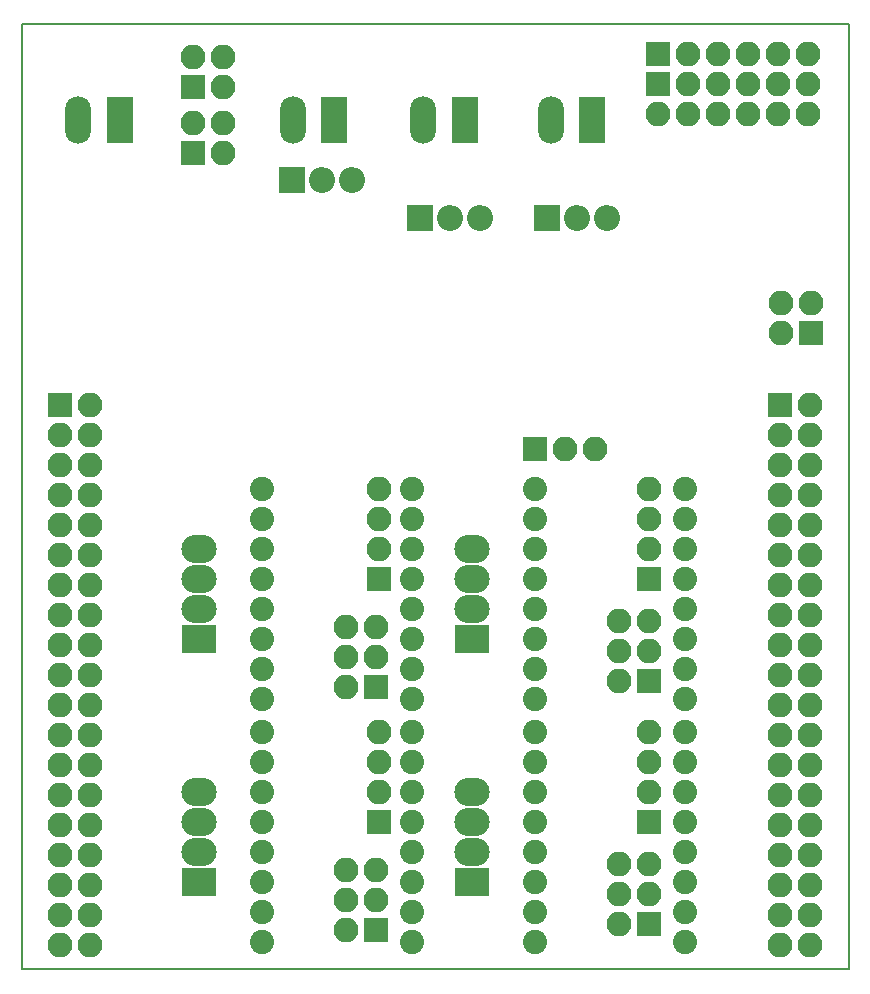
<source format=gbr>
%TF.GenerationSoftware,KiCad,Pcbnew,(2017-04-07 revision 70c961f)-master*%
%TF.CreationDate,2018-03-16T01:23:05+01:00*%
%TF.ProjectId,Nucleololu64,4E75636C656F6C6F6C7536342E6B6963,rev?*%
%TF.FileFunction,Soldermask,Bot*%
%TF.FilePolarity,Negative*%
%FSLAX46Y46*%
G04 Gerber Fmt 4.6, Leading zero omitted, Abs format (unit mm)*
G04 Created by KiCad (PCBNEW (2017-04-07 revision 70c961f)-master) date 2018 March 16, Friday 01:23:05*
%MOMM*%
%LPD*%
G01*
G04 APERTURE LIST*
%ADD10C,0.150000*%
%ADD11C,0.200000*%
%ADD12O,2.100000X2.100000*%
%ADD13R,2.100000X2.100000*%
%ADD14C,2.051000*%
%ADD15R,2.200000X2.200000*%
%ADD16O,2.200000X2.200000*%
%ADD17R,2.200000X4.000000*%
%ADD18O,2.200000X4.000000*%
%ADD19R,3.000000X2.400000*%
%ADD20O,3.000000X2.400000*%
G04 APERTURE END LIST*
D10*
D11*
X-30000Y-105000D02*
X69970000Y-105000D01*
X69970000Y79895000D02*
X69970000Y-105000D01*
D10*
X-30000Y79895000D02*
X69970000Y79895000D01*
X-30000Y-105000D02*
X-30000Y79895000D01*
D12*
X66548000Y72263000D03*
X66548000Y74803000D03*
X64008000Y72263000D03*
X64008000Y74803000D03*
X61468000Y72263000D03*
X61468000Y74803000D03*
X58928000Y72263000D03*
X58928000Y74803000D03*
X56388000Y72263000D03*
X56388000Y74803000D03*
X53848000Y72263000D03*
D13*
X53848000Y74803000D03*
D12*
X66548000Y77343000D03*
X64008000Y77343000D03*
X61468000Y77343000D03*
X58928000Y77343000D03*
X56388000Y77343000D03*
D13*
X53848000Y77343000D03*
D14*
X43434000Y2159000D03*
X43434000Y4699000D03*
X43434000Y7239000D03*
X43434000Y9779000D03*
X43434000Y12319000D03*
X43434000Y14859000D03*
X43434000Y17399000D03*
X43434000Y19939000D03*
X56134000Y19939000D03*
X56134000Y17399000D03*
X56134000Y14859000D03*
X56134000Y12319000D03*
X56134000Y9779000D03*
X56134000Y7239000D03*
X56134000Y4699000D03*
X56134000Y2159000D03*
X43403000Y22746000D03*
X43403000Y25286000D03*
X43403000Y27826000D03*
X43403000Y30366000D03*
X43403000Y32906000D03*
X43403000Y35446000D03*
X43403000Y37986000D03*
X43403000Y40526000D03*
X56103000Y40526000D03*
X56103000Y37986000D03*
X56103000Y35446000D03*
X56103000Y32906000D03*
X56103000Y30366000D03*
X56103000Y27826000D03*
X56103000Y25286000D03*
X56103000Y22746000D03*
X33020000Y2159000D03*
X33020000Y4699000D03*
X33020000Y7239000D03*
X33020000Y9779000D03*
X33020000Y12319000D03*
X33020000Y14859000D03*
X33020000Y17399000D03*
X33020000Y19939000D03*
X20320000Y19939000D03*
X20320000Y17399000D03*
X20320000Y14859000D03*
X20320000Y12319000D03*
X20320000Y9779000D03*
X20320000Y7239000D03*
X20320000Y4699000D03*
X20320000Y2159000D03*
X20320000Y22733000D03*
X20320000Y25273000D03*
X20320000Y27813000D03*
X20320000Y30353000D03*
X20320000Y32893000D03*
X20320000Y35433000D03*
X20320000Y37973000D03*
X20320000Y40513000D03*
X33020000Y40513000D03*
X33020000Y37973000D03*
X33020000Y35433000D03*
X33020000Y32893000D03*
X33020000Y30353000D03*
X33020000Y27813000D03*
X33020000Y25273000D03*
X33020000Y22733000D03*
D15*
X22860000Y66675000D03*
D16*
X25400000Y66675000D03*
X27940000Y66675000D03*
D15*
X44450000Y63500000D03*
D16*
X46990000Y63500000D03*
X49530000Y63500000D03*
D15*
X33655000Y63500000D03*
D16*
X36195000Y63500000D03*
X38735000Y63500000D03*
D13*
X53086000Y24257000D03*
D12*
X50546000Y24257000D03*
X53086000Y26797000D03*
X50546000Y26797000D03*
X53086000Y29337000D03*
X50546000Y29337000D03*
D13*
X53086000Y32893000D03*
D12*
X53086000Y35433000D03*
X53086000Y37973000D03*
X53086000Y40513000D03*
D13*
X53086000Y3683000D03*
D12*
X50546000Y3683000D03*
X53086000Y6223000D03*
X50546000Y6223000D03*
X53086000Y8763000D03*
X50546000Y8763000D03*
D13*
X29972000Y3175000D03*
D12*
X27432000Y3175000D03*
X29972000Y5715000D03*
X27432000Y5715000D03*
X29972000Y8255000D03*
X27432000Y8255000D03*
D13*
X29972000Y23749000D03*
D12*
X27432000Y23749000D03*
X29972000Y26289000D03*
X27432000Y26289000D03*
X29972000Y28829000D03*
X27432000Y28829000D03*
D17*
X8255000Y71755000D03*
D18*
X4755000Y71755000D03*
D13*
X3175000Y47625000D03*
D12*
X5715000Y47625000D03*
X3175000Y45085000D03*
X5715000Y45085000D03*
X3175000Y42545000D03*
X5715000Y42545000D03*
X3175000Y40005000D03*
X5715000Y40005000D03*
X3175000Y37465000D03*
X5715000Y37465000D03*
X3175000Y34925000D03*
X5715000Y34925000D03*
X3175000Y32385000D03*
X5715000Y32385000D03*
X3175000Y29845000D03*
X5715000Y29845000D03*
X3175000Y27305000D03*
X5715000Y27305000D03*
X3175000Y24765000D03*
X5715000Y24765000D03*
X3175000Y22225000D03*
X5715000Y22225000D03*
X3175000Y19685000D03*
X5715000Y19685000D03*
X3175000Y17145000D03*
X5715000Y17145000D03*
X3175000Y14605000D03*
X5715000Y14605000D03*
X3175000Y12065000D03*
X5715000Y12065000D03*
X3175000Y9525000D03*
X5715000Y9525000D03*
X3175000Y6985000D03*
X5715000Y6985000D03*
X3175000Y4445000D03*
X5715000Y4445000D03*
X3175000Y1905000D03*
X5715000Y1905000D03*
D13*
X64135000Y47625000D03*
D12*
X66675000Y47625000D03*
X64135000Y45085000D03*
X66675000Y45085000D03*
X64135000Y42545000D03*
X66675000Y42545000D03*
X64135000Y40005000D03*
X66675000Y40005000D03*
X64135000Y37465000D03*
X66675000Y37465000D03*
X64135000Y34925000D03*
X66675000Y34925000D03*
X64135000Y32385000D03*
X66675000Y32385000D03*
X64135000Y29845000D03*
X66675000Y29845000D03*
X64135000Y27305000D03*
X66675000Y27305000D03*
X64135000Y24765000D03*
X66675000Y24765000D03*
X64135000Y22225000D03*
X66675000Y22225000D03*
X64135000Y19685000D03*
X66675000Y19685000D03*
X64135000Y17145000D03*
X66675000Y17145000D03*
X64135000Y14605000D03*
X66675000Y14605000D03*
X64135000Y12065000D03*
X66675000Y12065000D03*
X64135000Y9525000D03*
X66675000Y9525000D03*
X64135000Y6985000D03*
X66675000Y6985000D03*
X64135000Y4445000D03*
X66675000Y4445000D03*
X64135000Y1905000D03*
X66675000Y1905000D03*
D13*
X14478000Y74549000D03*
D12*
X14478000Y77089000D03*
X17018000Y74549000D03*
X17018000Y77089000D03*
D13*
X53086000Y12319000D03*
D12*
X53086000Y14859000D03*
X53086000Y17399000D03*
X53086000Y19939000D03*
X48514000Y43942000D03*
X45974000Y43942000D03*
D13*
X43434000Y43942000D03*
X14478000Y68961000D03*
D12*
X14478000Y71501000D03*
X17018000Y68961000D03*
X17018000Y71501000D03*
X64262000Y56261000D03*
X66802000Y56261000D03*
X64262000Y53721000D03*
D13*
X66802000Y53721000D03*
D19*
X38100000Y27813000D03*
D20*
X38100000Y30353000D03*
X38100000Y32893000D03*
X38100000Y35433000D03*
X38100000Y14859000D03*
X38100000Y12319000D03*
X38100000Y9779000D03*
D19*
X38100000Y7239000D03*
D13*
X30226000Y12319000D03*
D12*
X30226000Y14859000D03*
X30226000Y17399000D03*
X30226000Y19939000D03*
X30226000Y40513000D03*
X30226000Y37973000D03*
X30226000Y35433000D03*
D13*
X30226000Y32893000D03*
D18*
X44760000Y71755000D03*
D17*
X48260000Y71755000D03*
X37465000Y71755000D03*
D18*
X33965000Y71755000D03*
D20*
X14986000Y14859000D03*
X14986000Y12319000D03*
X14986000Y9779000D03*
D19*
X14986000Y7239000D03*
X14986000Y27813000D03*
D20*
X14986000Y30353000D03*
X14986000Y32893000D03*
X14986000Y35433000D03*
D18*
X22916000Y71755000D03*
D17*
X26416000Y71755000D03*
M02*

</source>
